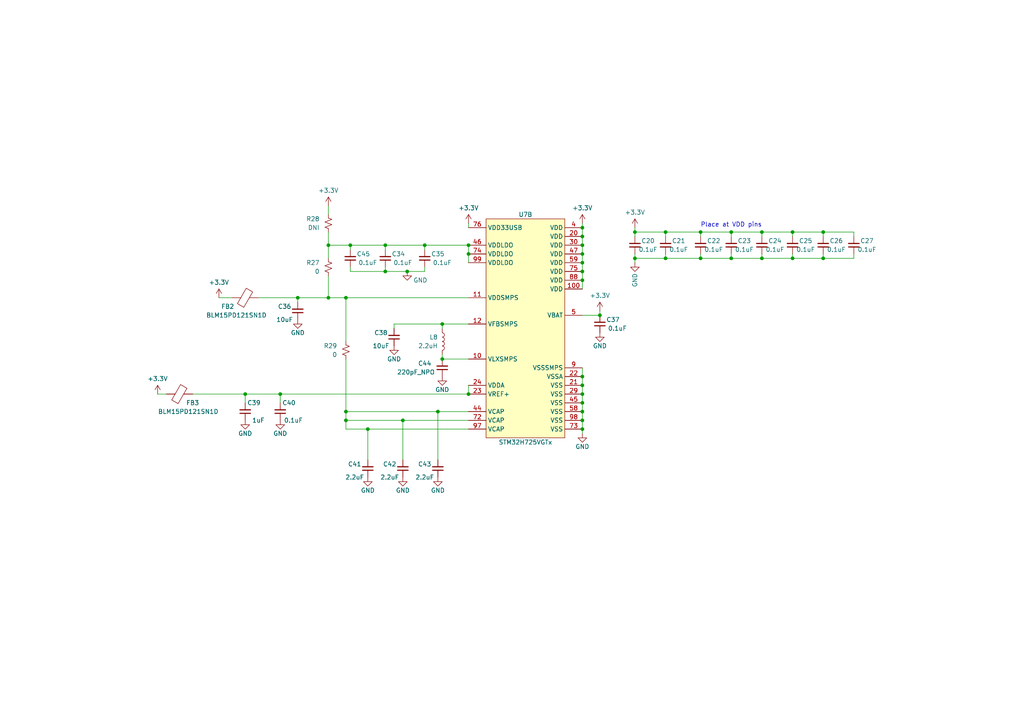
<source format=kicad_sch>
(kicad_sch (version 20230121) (generator eeschema)
  (paper "A4")
  (lib_symbols
    (symbol "Device:C_Small" (pin_numbers hide) (pin_names (offset 0.254) hide)
      (property "Reference" "C" (at 0.254 1.778 0))
      (property "Value" "C_Small" (at 0.254 -2.032 0))
      (symbol "C_Small_0_1"
        (polyline (pts (xy -1.524 -0.508) (xy 1.524 -0.508)) (stroke (width 0.3302)))
        (polyline (pts (xy -1.524 0.508) (xy 1.524 0.508)) (stroke (width 0.3048)))
      )
      (symbol "C_Small_1_1"
        (pin passive line (at 0 2.54 270) (length 2.032) (name "~") (number "1"))
        (pin passive line (at 0 -2.54 90) (length 2.032) (name "~") (number "2"))
      )
    )
    (symbol "Device:FerriteBead" (pin_numbers hide) (pin_names (offset 0))
      (property "Reference" "FB" (at -3.81 0.635 90))
      (property "Value" "FerriteBead" (at 3.81 0 90))
      (symbol "FerriteBead_0_1"
        (polyline (pts (xy 0 -1.27) (xy 0 -1.2192)))
        (polyline (pts (xy 0 1.27) (xy 0 1.2954)))
        (polyline (pts (xy -2.7686 0.4064) (xy -1.7018 2.2606) (xy 2.7686 -0.3048) (xy 1.6764 -2.159) (xy -2.7686 0.4064)))
      )
      (symbol "FerriteBead_1_1"
        (pin passive line (at 0 3.81 270) (length 2.54) (name "~") (number "1"))
        (pin passive line (at 0 -3.81 90) (length 2.54) (name "~") (number "2"))
      )
    )
    (symbol "Device:L" (pin_numbers hide) (pin_names (offset 1.016) hide)
      (property "Reference" "L" (at -1.27 0 90))
      (property "Value" "L" (at 1.905 0 90))
      (symbol "L_0_1"
        (arc (start 0 -2.54) (mid 0.6323 -1.905) (end 0 -1.27))
        (arc (start 0 -1.27) (mid 0.6323 -0.635) (end 0 0))
        (arc (start 0 0) (mid 0.6323 0.635) (end 0 1.27))
        (arc (start 0 1.27) (mid 0.6323 1.905) (end 0 2.54))
      )
      (symbol "L_1_1"
        (pin passive line (at 0 3.81 270) (length 1.27) (name "1") (number "1"))
        (pin passive line (at 0 -3.81 90) (length 1.27) (name "2") (number "2"))
      )
    )
    (symbol "Device:R_Small_US" (pin_numbers hide) (pin_names (offset 0.254) hide)
      (property "Reference" "R" (at 0.762 0.508 0))
      (property "Value" "R_Small_US" (at 0.762 -1.016 0))
      (symbol "R_Small_US_1_1"
        (polyline (pts (xy 0 0) (xy 1.016 -0.381) (xy 0 -0.762) (xy -1.016 -1.143) (xy 0 -1.524)))
        (polyline (pts (xy 0 1.524) (xy 1.016 1.143) (xy 0 0.762) (xy -1.016 0.381) (xy 0 0)))
        (pin passive line (at 0 2.54 270) (length 1.016) (name "~") (number "1"))
        (pin passive line (at 0 -2.54 90) (length 1.016) (name "~") (number "2"))
      )
    )
    (symbol "power:+3.3V" (power) (pin_names (offset 0))
      (property "Value" "+3.3V" (at 0 3.556 0))
      (symbol "+3.3V_0_1"
        (polyline (pts (xy -0.762 1.27) (xy 0 2.54)))
        (polyline (pts (xy 0 0) (xy 0 2.54)))
        (polyline (pts (xy 0 2.54) (xy 0.762 1.27)))
      )
      (symbol "+3.3V_1_1"
        (pin power_in line (at 0 0 90) (length 0) hide (name "+3.3V") (number "1"))
      )
    )
    (symbol "power:GND" (power) (pin_names (offset 0))
      (property "Value" "GND" (at 0 -3.81 0))
      (symbol "GND_0_1"
        (polyline (pts (xy 0 0) (xy 0 -1.27) (xy 1.27 -1.27) (xy 0 -2.54) (xy -1.27 -1.27) (xy 0 -1.27)))
      )
      (symbol "GND_1_1"
        (pin power_in line (at 0 0 270) (length 0) hide (name "GND") (number "1"))
      )
    )
    (symbol "projectlib:STM32H725VGTx"
      (property "Reference" "U" (at -7.62 30.48 0))
      (property "Value" "STM32H725VGTx" (at -6.35 -35.56 0))
      (symbol "STM32H725VGTx_1_1"
        (rectangle (start -30.48 66.04) (end 33.02 -63.5) (stroke (width 0.254)) (fill (type background)))
        (pin bidirectional line (at -35.56 33.02 0) (length 5.08) (name "PE2") (number "1"))
        (pin bidirectional line (at -35.56 40.64 0) (length 5.08) (name "PH0") (number "13"))
        (pin bidirectional line (at -35.56 38.1 0) (length 5.08) (name "PH1") (number "14"))
        (pin input line (at -35.56 63.5 0) (length 5.08) (name "NRST") (number "15"))
        (pin bidirectional line (at 38.1 -22.86 180) (length 5.08) (name "PC0") (number "16"))
        (pin bidirectional line (at 38.1 -25.4 180) (length 5.08) (name "PC1") (number "17"))
        (pin bidirectional line (at 38.1 -27.94 180) (length 5.08) (name "PC2_C") (number "18"))
        (pin bidirectional line (at 38.1 -30.48 180) (length 5.08) (name "PC3_C") (number "19"))
        (pin bidirectional line (at -35.56 30.48 0) (length 5.08) (name "PE4") (number "2"))
        (pin bidirectional line (at 38.1 63.5 180) (length 5.08) (name "PA0") (number "25"))
        (pin bidirectional line (at 38.1 60.96 180) (length 5.08) (name "PA1") (number "26"))
        (pin bidirectional line (at 38.1 58.42 180) (length 5.08) (name "PA2") (number "27"))
        (pin bidirectional line (at 38.1 55.88 180) (length 5.08) (name "PA3") (number "28"))
        (pin bidirectional line (at -35.56 27.94 0) (length 5.08) (name "PE5") (number "3"))
        (pin bidirectional line (at 38.1 53.34 180) (length 5.08) (name "PA4") (number "31"))
        (pin bidirectional line (at 38.1 50.8 180) (length 5.08) (name "PA5") (number "32"))
        (pin bidirectional line (at 38.1 48.26 180) (length 5.08) (name "PA6") (number "33"))
        (pin bidirectional line (at 38.1 45.72 180) (length 5.08) (name "PA7") (number "34"))
        (pin bidirectional line (at 38.1 -33.02 180) (length 5.08) (name "PC4") (number "35"))
        (pin bidirectional line (at 38.1 -35.56 180) (length 5.08) (name "PC5") (number "36"))
        (pin bidirectional line (at 38.1 20.32 180) (length 5.08) (name "PB0") (number "37"))
        (pin bidirectional line (at 38.1 17.78 180) (length 5.08) (name "PB1") (number "38"))
        (pin bidirectional line (at 38.1 15.24 180) (length 5.08) (name "PB2") (number "39"))
        (pin bidirectional line (at -35.56 25.4 0) (length 5.08) (name "PE7") (number "40"))
        (pin bidirectional line (at -35.56 22.86 0) (length 5.08) (name "PE8") (number "41"))
        (pin bidirectional line (at 38.1 -5.08 180) (length 5.08) (name "PB10") (number "42"))
        (pin bidirectional line (at 38.1 -7.62 180) (length 5.08) (name "PB11") (number "43"))
        (pin bidirectional line (at 38.1 -10.16 180) (length 5.08) (name "PB12") (number "48"))
        (pin bidirectional line (at 38.1 -12.7 180) (length 5.08) (name "PB13") (number "49"))
        (pin bidirectional line (at 38.1 -15.24 180) (length 5.08) (name "PB14") (number "50"))
        (pin bidirectional line (at 38.1 -17.78 180) (length 5.08) (name "PB15") (number "51"))
        (pin bidirectional line (at -35.56 2.54 0) (length 5.08) (name "PD8") (number "52"))
        (pin bidirectional line (at -35.56 0 0) (length 5.08) (name "PD9") (number "53"))
        (pin bidirectional line (at -35.56 -2.54 0) (length 5.08) (name "PD10") (number "54"))
        (pin bidirectional line (at -35.56 -5.08 0) (length 5.08) (name "PD11") (number "55"))
        (pin bidirectional line (at -35.56 -7.62 0) (length 5.08) (name "PD12") (number "56"))
        (pin bidirectional line (at -35.56 -10.16 0) (length 5.08) (name "PD13") (number "57"))
        (pin bidirectional line (at 38.1 -55.88 180) (length 5.08) (name "PC13") (number "6"))
        (pin bidirectional line (at -35.56 -12.7 0) (length 5.08) (name "PD14") (number "60"))
        (pin bidirectional line (at -35.56 -15.24 0) (length 5.08) (name "PD15") (number "61"))
        (pin bidirectional line (at 38.1 -38.1 180) (length 5.08) (name "PC6") (number "62"))
        (pin bidirectional line (at 38.1 -40.64 180) (length 5.08) (name "PC7") (number "63"))
        (pin bidirectional line (at 38.1 -43.18 180) (length 5.08) (name "PC8") (number "64"))
        (pin bidirectional line (at 38.1 -45.72 180) (length 5.08) (name "PC9") (number "65"))
        (pin bidirectional line (at 38.1 43.18 180) (length 5.08) (name "PA8") (number "66"))
        (pin bidirectional line (at 38.1 40.64 180) (length 5.08) (name "PA9") (number "67"))
        (pin bidirectional line (at 38.1 38.1 180) (length 5.08) (name "PA10") (number "68"))
        (pin bidirectional line (at 38.1 35.56 180) (length 5.08) (name "PA11") (number "69"))
        (pin bidirectional line (at 38.1 -58.42 180) (length 5.08) (name "PC14") (number "7"))
        (pin bidirectional line (at 38.1 33.02 180) (length 5.08) (name "PA12") (number "70"))
        (pin bidirectional line (at 38.1 30.48 180) (length 5.08) (name "PA13(JTMS") (number "71"))
        (pin bidirectional line (at 38.1 27.94 180) (length 5.08) (name "PA14(JTCK") (number "77"))
        (pin bidirectional line (at 38.1 25.4 180) (length 5.08) (name "PA15(JTDI)") (number "78"))
        (pin bidirectional line (at 38.1 -48.26 180) (length 5.08) (name "PC10") (number "79"))
        (pin bidirectional line (at 38.1 -60.96 180) (length 5.08) (name "PC15") (number "8"))
        (pin bidirectional line (at 38.1 -50.8 180) (length 5.08) (name "PC11") (number "80"))
        (pin bidirectional line (at 38.1 -53.34 180) (length 5.08) (name "PC12") (number "81"))
        (pin bidirectional line (at -35.56 17.78 0) (length 5.08) (name "PD0") (number "82"))
        (pin bidirectional line (at -35.56 15.24 0) (length 5.08) (name "PD1") (number "83"))
        (pin bidirectional line (at -35.56 12.7 0) (length 5.08) (name "PD2") (number "84"))
        (pin bidirectional line (at -35.56 10.16 0) (length 5.08) (name "PD3") (number "85"))
        (pin bidirectional line (at -35.56 7.62 0) (length 5.08) (name "PD4") (number "86"))
        (pin bidirectional line (at -35.56 5.08 0) (length 5.08) (name "PD5") (number "87"))
        (pin bidirectional line (at 38.1 12.7 180) (length 5.08) (name "PB3(JTDO") (number "89"))
        (pin bidirectional line (at 38.1 10.16 180) (length 5.08) (name "PB4(NJTRST)") (number "90"))
        (pin bidirectional line (at 38.1 7.62 180) (length 5.08) (name "PB5") (number "91"))
        (pin bidirectional line (at 38.1 5.08 180) (length 5.08) (name "PB6") (number "92"))
        (pin bidirectional line (at 38.1 2.54 180) (length 5.08) (name "PB7") (number "93"))
        (pin input line (at -35.56 58.42 0) (length 5.08) (name "BOOT0") (number "94"))
        (pin bidirectional line (at 38.1 0 180) (length 5.08) (name "PB8") (number "95"))
        (pin bidirectional line (at 38.1 -2.54 180) (length 5.08) (name "PB9") (number "96"))
      )
      (symbol "STM32H725VGTx_2_1"
        (rectangle (start -11.43 29.21) (end 11.43 -34.29) (fill (type background)))
        (pin power_in line (at -16.51 -11.43 0) (length 5.08) (name "VLXSMPS") (number "10"))
        (pin power_in line (at 16.51 8.89 180) (length 5.08) (name "VDD") (number "100"))
        (pin power_in line (at -16.51 6.35 0) (length 5.08) (name "VDDSMPS") (number "11"))
        (pin input line (at -16.51 -1.27 0) (length 5.08) (name "VFBSMPS") (number "12"))
        (pin power_in line (at 16.51 24.13 180) (length 5.08) (name "VDD") (number "20"))
        (pin power_in line (at 16.51 -19.05 180) (length 5.08) (name "VSS") (number "21"))
        (pin power_in line (at 16.51 -16.51 180) (length 5.08) (name "VSSA") (number "22"))
        (pin input line (at -16.51 -21.59 0) (length 5.08) (name "VREF+") (number "23"))
        (pin power_in line (at -16.51 -19.05 0) (length 5.08) (name "VDDA") (number "24"))
        (pin passive line (at 16.51 -21.59 180) (length 5.08) (name "VSS") (number "29"))
        (pin power_in line (at 16.51 21.59 180) (length 5.08) (name "VDD") (number "30"))
        (pin power_in line (at 16.51 26.67 180) (length 5.08) (name "VDD") (number "4"))
        (pin power_out line (at -16.51 -26.67 0) (length 5.08) (name "VCAP") (number "44"))
        (pin passive line (at 16.51 -24.13 180) (length 5.08) (name "VSS") (number "45"))
        (pin power_in line (at -16.51 21.59 0) (length 5.08) (name "VDDLDO") (number "46"))
        (pin power_in line (at 16.51 19.05 180) (length 5.08) (name "VDD") (number "47"))
        (pin power_in line (at 16.51 1.27 180) (length 5.08) (name "VBAT") (number "5"))
        (pin passive line (at 16.51 -26.67 180) (length 5.08) (name "VSS") (number "58"))
        (pin power_in line (at 16.51 16.51 180) (length 5.08) (name "VDD") (number "59"))
        (pin power_out line (at -16.51 -29.21 0) (length 5.08) (name "VCAP") (number "72"))
        (pin passive line (at 16.51 -31.75 180) (length 5.08) (name "VSS") (number "73"))
        (pin power_in line (at -16.51 19.05 0) (length 5.08) (name "VDDLDO") (number "74"))
        (pin power_in line (at 16.51 13.97 180) (length 5.08) (name "VDD") (number "75"))
        (pin power_in line (at -16.51 26.67 0) (length 5.08) (name "VDD33USB") (number "76"))
        (pin power_in line (at 16.51 11.43 180) (length 5.08) (name "VDD") (number "88"))
        (pin power_in line (at 16.51 -13.97 180) (length 5.08) (name "VSSSMPS") (number "9"))
        (pin power_out line (at -16.51 -31.75 0) (length 5.08) (name "VCAP") (number "97"))
        (pin passive line (at 16.51 -29.21 180) (length 5.08) (name "VSS") (number "98"))
        (pin power_in line (at -16.51 16.51 0) (length 5.08) (name "VDDLDO") (number "99"))
      )
    )
  )
  (junction (at 168.91 68.58))
  (junction (at 95.25 71.12))
  (junction (at 203.2 74.93))
  (junction (at 168.91 76.2))
  (junction (at 101.6 71.12))
  (junction (at 193.04 67.31))
  (junction (at 116.84 121.92))
  (junction (at 173.99 91.44))
  (junction (at 135.89 71.12))
  (junction (at 100.33 86.36))
  (junction (at 100.33 121.92))
  (junction (at 135.89 114.3))
  (junction (at 212.09 67.31))
  (junction (at 229.87 67.31))
  (junction (at 168.91 114.3))
  (junction (at 127 119.38))
  (junction (at 193.04 74.93))
  (junction (at 168.91 78.74))
  (junction (at 168.91 81.28))
  (junction (at 184.15 67.31))
  (junction (at 184.15 74.93))
  (junction (at 238.76 74.93))
  (junction (at 100.33 119.38))
  (junction (at 128.27 104.14))
  (junction (at 229.87 74.93))
  (junction (at 118.11 78.74))
  (junction (at 86.36 86.36))
  (junction (at 168.91 116.84))
  (junction (at 168.91 71.12))
  (junction (at 128.27 93.98))
  (junction (at 71.12 114.3))
  (junction (at 238.76 67.31))
  (junction (at 212.09 74.93))
  (junction (at 203.2 67.31))
  (junction (at 168.91 73.66))
  (junction (at 111.76 78.74))
  (junction (at 111.76 71.12))
  (junction (at 168.91 111.76))
  (junction (at 135.89 73.66))
  (junction (at 168.91 109.22))
  (junction (at 95.25 86.36))
  (junction (at 168.91 121.92))
  (junction (at 106.68 124.46))
  (junction (at 220.98 74.93))
  (junction (at 123.19 71.12))
  (junction (at 220.98 67.31))
  (junction (at 168.91 124.46))
  (junction (at 168.91 119.38))
  (junction (at 81.28 114.3))
  (junction (at 168.91 66.04))
  (wire (pts (xy 81.28 114.3) (xy 135.89 114.3)))
  (wire (pts (xy 229.87 74.93) (xy 229.87 73.66)))
  (wire (pts (xy 168.91 66.04) (xy 168.91 68.58)))
  (wire (pts (xy 168.91 73.66) (xy 168.91 76.2)))
  (wire (pts (xy 106.68 124.46) (xy 135.89 124.46)))
  (wire (pts (xy 111.76 78.74) (xy 118.11 78.74)))
  (wire (pts (xy 173.99 91.44) (xy 168.91 91.44)))
  (wire (pts (xy 100.33 86.36) (xy 135.89 86.36)))
  (wire (pts (xy 101.6 72.39) (xy 101.6 71.12)))
  (wire (pts (xy 168.91 124.46) (xy 168.91 125.73)))
  (wire (pts (xy 135.89 71.12) (xy 135.89 73.66)))
  (wire (pts (xy 168.91 68.58) (xy 168.91 71.12)))
  (wire (pts (xy 168.91 111.76) (xy 168.91 114.3)))
  (wire (pts (xy 168.91 106.68) (xy 168.91 109.22)))
  (wire (pts (xy 101.6 71.12) (xy 111.76 71.12)))
  (wire (pts (xy 203.2 74.93) (xy 212.09 74.93)))
  (wire (pts (xy 168.91 76.2) (xy 168.91 78.74)))
  (wire (pts (xy 123.19 71.12) (xy 135.89 71.12)))
  (wire (pts (xy 184.15 74.93) (xy 193.04 74.93)))
  (wire (pts (xy 212.09 74.93) (xy 212.09 73.66)))
  (wire (pts (xy 128.27 102.87) (xy 128.27 104.14)))
  (wire (pts (xy 86.36 87.63) (xy 86.36 86.36)))
  (wire (pts (xy 184.15 66.04) (xy 184.15 67.31)))
  (wire (pts (xy 193.04 74.93) (xy 203.2 74.93)))
  (wire (pts (xy 238.76 74.93) (xy 247.65 74.93)))
  (wire (pts (xy 81.28 116.84) (xy 81.28 114.3)))
  (wire (pts (xy 220.98 67.31) (xy 229.87 67.31)))
  (wire (pts (xy 95.25 67.31) (xy 95.25 71.12)))
  (wire (pts (xy 63.5 86.36) (xy 67.31 86.36)))
  (wire (pts (xy 101.6 78.74) (xy 101.6 77.47)))
  (wire (pts (xy 45.72 114.3) (xy 48.26 114.3)))
  (wire (pts (xy 123.19 78.74) (xy 123.19 77.47)))
  (wire (pts (xy 247.65 74.93) (xy 247.65 73.66)))
  (wire (pts (xy 203.2 74.93) (xy 203.2 73.66)))
  (wire (pts (xy 184.15 67.31) (xy 193.04 67.31)))
  (wire (pts (xy 123.19 72.39) (xy 123.19 71.12)))
  (wire (pts (xy 238.76 67.31) (xy 247.65 67.31)))
  (wire (pts (xy 220.98 74.93) (xy 220.98 73.66)))
  (wire (pts (xy 247.65 67.31) (xy 247.65 68.58)))
  (wire (pts (xy 220.98 74.93) (xy 229.87 74.93)))
  (wire (pts (xy 101.6 78.74) (xy 111.76 78.74)))
  (wire (pts (xy 127 119.38) (xy 135.89 119.38)))
  (wire (pts (xy 168.91 71.12) (xy 168.91 73.66)))
  (wire (pts (xy 100.33 121.92) (xy 116.84 121.92)))
  (wire (pts (xy 100.33 119.38) (xy 127 119.38)))
  (wire (pts (xy 135.89 64.77) (xy 135.89 66.04)))
  (wire (pts (xy 95.25 59.69) (xy 95.25 62.23)))
  (wire (pts (xy 203.2 67.31) (xy 203.2 68.58)))
  (wire (pts (xy 100.33 86.36) (xy 95.25 86.36)))
  (wire (pts (xy 111.76 71.12) (xy 123.19 71.12)))
  (wire (pts (xy 111.76 78.74) (xy 111.76 77.47)))
  (wire (pts (xy 100.33 121.92) (xy 100.33 124.46)))
  (wire (pts (xy 100.33 104.14) (xy 100.33 119.38)))
  (wire (pts (xy 238.76 67.31) (xy 238.76 68.58)))
  (wire (pts (xy 118.11 78.74) (xy 123.19 78.74)))
  (wire (pts (xy 95.25 71.12) (xy 95.25 74.93)))
  (wire (pts (xy 95.25 80.01) (xy 95.25 86.36)))
  (wire (pts (xy 212.09 74.93) (xy 220.98 74.93)))
  (wire (pts (xy 203.2 67.31) (xy 212.09 67.31)))
  (wire (pts (xy 106.68 124.46) (xy 106.68 133.35)))
  (wire (pts (xy 116.84 121.92) (xy 116.84 133.35)))
  (wire (pts (xy 212.09 67.31) (xy 220.98 67.31)))
  (wire (pts (xy 184.15 74.93) (xy 184.15 73.66)))
  (wire (pts (xy 168.91 64.77) (xy 168.91 66.04)))
  (wire (pts (xy 229.87 67.31) (xy 238.76 67.31)))
  (wire (pts (xy 100.33 86.36) (xy 100.33 99.06)))
  (wire (pts (xy 168.91 114.3) (xy 168.91 116.84)))
  (wire (pts (xy 193.04 67.31) (xy 203.2 67.31)))
  (wire (pts (xy 95.25 86.36) (xy 86.36 86.36)))
  (wire (pts (xy 71.12 116.84) (xy 71.12 114.3)))
  (wire (pts (xy 193.04 67.31) (xy 193.04 68.58)))
  (wire (pts (xy 111.76 72.39) (xy 111.76 71.12)))
  (wire (pts (xy 173.99 90.17) (xy 173.99 91.44)))
  (wire (pts (xy 229.87 74.93) (xy 238.76 74.93)))
  (wire (pts (xy 135.89 73.66) (xy 135.89 76.2)))
  (wire (pts (xy 193.04 74.93) (xy 193.04 73.66)))
  (wire (pts (xy 74.93 86.36) (xy 86.36 86.36)))
  (wire (pts (xy 71.12 114.3) (xy 81.28 114.3)))
  (wire (pts (xy 168.91 109.22) (xy 168.91 111.76)))
  (wire (pts (xy 128.27 104.14) (xy 135.89 104.14)))
  (wire (pts (xy 168.91 121.92) (xy 168.91 124.46)))
  (wire (pts (xy 55.88 114.3) (xy 71.12 114.3)))
  (wire (pts (xy 106.68 124.46) (xy 100.33 124.46)))
  (wire (pts (xy 114.3 93.98) (xy 114.3 95.25)))
  (wire (pts (xy 101.6 71.12) (xy 95.25 71.12)))
  (wire (pts (xy 128.27 93.98) (xy 128.27 95.25)))
  (wire (pts (xy 168.91 78.74) (xy 168.91 81.28)))
  (wire (pts (xy 168.91 116.84) (xy 168.91 119.38)))
  (wire (pts (xy 184.15 67.31) (xy 184.15 68.58)))
  (wire (pts (xy 116.84 121.92) (xy 135.89 121.92)))
  (wire (pts (xy 127 119.38) (xy 127 133.35)))
  (wire (pts (xy 229.87 67.31) (xy 229.87 68.58)))
  (wire (pts (xy 168.91 119.38) (xy 168.91 121.92)))
  (wire (pts (xy 238.76 74.93) (xy 238.76 73.66)))
  (wire (pts (xy 168.91 81.28) (xy 168.91 83.82)))
  (wire (pts (xy 220.98 67.31) (xy 220.98 68.58)))
  (wire (pts (xy 100.33 119.38) (xy 100.33 121.92)))
  (wire (pts (xy 212.09 67.31) (xy 212.09 68.58)))
  (wire (pts (xy 128.27 93.98) (xy 135.89 93.98)))
  (wire (pts (xy 184.15 74.93) (xy 184.15 76.2)))
  (wire (pts (xy 135.89 111.76) (xy 135.89 114.3)))
  (wire (pts (xy 114.3 93.98) (xy 128.27 93.98)))
  (text "Place at VDD pins" (at 203.2 66.04 0) (effects (font (size 1.27 1.27)) (justify left bottom)))
  (symbol (lib_id "Device:R_Small_US") (at 100.33 101.6 0) (unit 1)
    (property "Reference" "R29" (at 97.79 100.33 0) (effects (justify right)))
    (property "Value" "0" (at 97.79 102.87 0) (effects (justify right)))
    (property "Footprint" "Resistor_SMD:R_0402_1005Metric_Pad0.72x0.64mm_HandSolder" (effects hide))
  )
  (symbol (lib_id "power:+3.3V") (at 173.99 90.17 0) (unit 1)
    (property "Reference" "#PWR066" (effects hide))
    (property "Value" "+3.3V" (at 173.99 85.725 0))
  )
  (symbol (lib_id "Device:C_Small") (at 238.76 71.12 180) (unit 1)
    (property "Reference" "C26" (at 242.57 69.85 0))
    (property "Value" "0.1uF" (at 242.57 72.39 0))
    (property "Footprint" "Capacitor_SMD:C_0603_1608Metric" (effects hide))
    (property "MFG" "Samsung" (effects hide))
    (property "PN" "CL10B104KB8NNNC" (effects hide))
    (property "DIGI" "1276-1000-1-ND" (effects hide))
  )
  (symbol (lib_id "Device:C_Small") (at 212.09 71.12 180) (unit 1)
    (property "Reference" "C23" (at 215.9 69.85 0))
    (property "Value" "0.1uF" (at 215.9 72.39 0))
    (property "Footprint" "Capacitor_SMD:C_0603_1608Metric" (effects hide))
    (property "MFG" "Samsung" (effects hide))
    (property "PN" "CL10B104KB8NNNC" (effects hide))
    (property "DIGI" "1276-1000-1-ND" (effects hide))
  )
  (symbol (lib_id "Device:R_Small_US") (at 95.25 64.77 0) (unit 1)
    (property "Reference" "R28" (at 92.71 63.5 0) (effects (justify right)))
    (property "Value" "DNI" (at 92.71 66.04 0) (effects (justify right)))
    (property "Footprint" "Resistor_SMD:R_0402_1005Metric_Pad0.72x0.64mm_HandSolder" (effects hide))
  )
  (symbol (lib_id "Device:C_Small") (at 81.28 119.38 180) (unit 1)
    (property "Reference" "C40" (at 83.82 116.84 0))
    (property "Value" "0.1uF" (at 85.09 121.92 0))
    (property "Footprint" "Capacitor_SMD:C_0603_1608Metric" (effects hide))
    (property "MFG" "Samsung" (effects hide))
    (property "PN" "CL10B104KB8NNNC" (effects hide))
    (property "DIGI" "1276-1000-1-ND" (effects hide))
  )
  (symbol (lib_id "power:GND") (at 86.36 92.71 0) (unit 1)
    (property "Reference" "#PWR067" (effects hide))
    (property "Value" "GND" (at 86.36 96.52 0))
  )
  (symbol (lib_id "Device:C_Small") (at 193.04 71.12 180) (unit 1)
    (property "Reference" "C21" (at 196.85 69.85 0))
    (property "Value" "0.1uF" (at 196.85 72.39 0))
    (property "Footprint" "Capacitor_SMD:C_0603_1608Metric" (effects hide))
    (property "MFG" "Samsung" (effects hide))
    (property "PN" "CL10B104KB8NNNC" (effects hide))
    (property "DIGI" "1276-1000-1-ND" (effects hide))
  )
  (symbol (lib_id "Device:C_Small") (at 111.76 74.93 180) (unit 1)
    (property "Reference" "C34" (at 115.57 73.66 0))
    (property "Value" "0.1uF" (at 116.84 76.2 0))
    (property "Footprint" "Capacitor_SMD:C_0603_1608Metric" (effects hide))
    (property "MFG" "Samsung" (effects hide))
    (property "PN" "CL10B104KB8NNNC" (effects hide))
    (property "DIGI" "1276-1000-1-ND" (effects hide))
  )
  (symbol (lib_id "power:+3.3V") (at 95.25 59.69 0) (unit 1)
    (property "Reference" "#PWR077" (effects hide))
    (property "Value" "+3.3V" (at 95.25 55.245 0))
  )
  (symbol (lib_id "Device:FerriteBead") (at 52.07 114.3 90) (unit 1)
    (property "Reference" "FB3" (at 55.88 116.84 90))
    (property "Value" "BLM15PD121SN1D" (at 54.61 119.38 90))
    (property "Footprint" "Capacitor_SMD:C_0402_1005Metric_Pad0.74x0.62mm_HandSolder" (effects hide))
    (property "DIGI" "490-5203-1-ND" (effects hide))
    (property "MFG" "Murata Electronics" (effects hide))
    (property "PN" "BLM15PD121SN1D" (effects hide))
  )
  (symbol (lib_id "power:+3.3V") (at 184.15 66.04 0) (unit 1)
    (property "Reference" "#PWR038" (effects hide))
    (property "Value" "+3.3V" (at 184.15 61.595 0))
  )
  (symbol (lib_id "power:GND") (at 116.84 138.43 0) (unit 1)
    (property "Reference" "#PWR075" (effects hide))
    (property "Value" "GND" (at 116.84 142.24 0))
  )
  (symbol (lib_id "power:GND") (at 71.12 121.92 0) (unit 1)
    (property "Reference" "#PWR071" (effects hide))
    (property "Value" "GND" (at 71.12 125.73 0))
  )
  (symbol (lib_id "power:GND") (at 184.15 76.2 0) (unit 1)
    (property "Reference" "#PWR044" (effects hide))
    (property "Value" "GND" (at 184.15 81.28 90))
  )
  (symbol (lib_id "power:GND") (at 81.28 121.92 0) (unit 1)
    (property "Reference" "#PWR072" (effects hide))
    (property "Value" "GND" (at 81.28 125.73 0))
  )
  (symbol (lib_id "Device:C_Small") (at 173.99 93.98 180) (unit 1)
    (property "Reference" "C37" (at 177.8 92.71 0))
    (property "Value" "0.1uF" (at 179.07 95.25 0))
    (property "Footprint" "Capacitor_SMD:C_0603_1608Metric" (effects hide))
    (property "MFG" "Samsung" (effects hide))
    (property "PN" "CL10B104KB8NNNC" (effects hide))
    (property "DIGI" "1276-1000-1-ND" (effects hide))
  )
  (symbol (lib_id "power:GND") (at 173.99 96.52 0) (unit 1)
    (property "Reference" "#PWR068" (effects hide))
    (property "Value" "GND" (at 173.99 100.33 0))
  )
  (symbol (lib_id "Device:C_Small") (at 127 135.89 0) (mirror x) (unit 1)
    (property "Reference" "C43" (at 123.19 134.62 0))
    (property "Value" "2.2uF" (at 123.19 138.43 0))
    (property "Footprint" "Capacitor_SMD:C_0805_2012Metric" (effects hide))
    (property "MFG" "Samsung" (effects hide))
    (property "PN" "CL21A225KAFNNNE" (effects hide))
    (property "DIGI" "1276-1763-1-ND" (effects hide))
  )
  (symbol (lib_id "Device:L") (at 128.27 99.06 0) (mirror x) (unit 1)
    (property "Reference" "L8" (at 127 97.79 0) (effects (justify right)))
    (property "Value" "2.2uH" (at 127 100.33 0) (effects (justify right)))
    (property "Footprint" "Inductor_SMD:L_1008_2520Metric" (effects hide))
    (property "DIGI" "490-5114-1-ND" (effects hide))
    (property "MFG" "Murata Electronics" (effects hide))
    (property "PN" "LQM2HPN2R2MG0L" (effects hide))
  )
  (symbol (lib_id "Device:C_Small") (at 229.87 71.12 180) (unit 1)
    (property "Reference" "C25" (at 233.68 69.85 0))
    (property "Value" "0.1uF" (at 233.68 72.39 0))
    (property "Footprint" "Capacitor_SMD:C_0603_1608Metric" (effects hide))
    (property "MFG" "Samsung" (effects hide))
    (property "PN" "CL10B104KB8NNNC" (effects hide))
    (property "DIGI" "1276-1000-1-ND" (effects hide))
  )
  (symbol (lib_id "Device:C_Small") (at 128.27 106.68 0) (mirror x) (unit 1)
    (property "Reference" "C44" (at 123.19 105.41 0))
    (property "Value" "220pF_NPO" (at 120.65 107.95 0))
    (property "Footprint" "Capacitor_SMD:C_0603_1608Metric" (effects hide))
    (property "MFG" "Samsung" (effects hide))
    (property "PN" "CL10C101JB8NNNC" (effects hide))
    (property "DIGI" "1276-1008-1-ND" (effects hide))
  )
  (symbol (lib_id "power:+3.3V") (at 45.72 114.3 0) (unit 1)
    (property "Reference" "#PWR070" (effects hide))
    (property "Value" "+3.3V" (at 45.72 109.855 0))
  )
  (symbol (lib_id "Device:C_Small") (at 116.84 135.89 0) (mirror x) (unit 1)
    (property "Reference" "C42" (at 113.03 134.62 0))
    (property "Value" "2.2uF" (at 113.03 138.43 0))
    (property "Footprint" "Capacitor_SMD:C_0805_2012Metric" (effects hide))
    (property "MFG" "Samsung" (effects hide))
    (property "PN" "CL21A225KAFNNNE" (effects hide))
    (property "DIGI" "1276-1763-1-ND" (effects hide))
  )
  (symbol (lib_id "Device:C_Small") (at 203.2 71.12 180) (unit 1)
    (property "Reference" "C22" (at 207.01 69.85 0))
    (property "Value" "0.1uF" (at 207.01 72.39 0))
    (property "Footprint" "Capacitor_SMD:C_0603_1608Metric" (effects hide))
    (property "MFG" "Samsung" (effects hide))
    (property "PN" "CL10B104KB8NNNC" (effects hide))
    (property "DIGI" "1276-1000-1-ND" (effects hide))
  )
  (symbol (lib_id "Device:R_Small_US") (at 95.25 77.47 0) (unit 1)
    (property "Reference" "R27" (at 92.71 76.2 0) (effects (justify right)))
    (property "Value" "0" (at 92.71 78.74 0) (effects (justify right)))
    (property "Footprint" "Resistor_SMD:R_0402_1005Metric_Pad0.72x0.64mm_HandSolder" (effects hide))
  )
  (symbol (lib_id "Device:C_Small") (at 106.68 135.89 0) (mirror x) (unit 1)
    (property "Reference" "C41" (at 102.87 134.62 0))
    (property "Value" "2.2uF" (at 102.87 138.43 0))
    (property "Footprint" "Capacitor_SMD:C_0805_2012Metric" (effects hide))
    (property "MFG" "Samsung" (effects hide))
    (property "PN" "CL21A225KAFNNNE" (effects hide))
    (property "DIGI" "1276-1763-1-ND" (effects hide))
  )
  (symbol (lib_id "Device:C_Small") (at 123.19 74.93 180) (unit 1)
    (property "Reference" "C35" (at 127 73.66 0))
    (property "Value" "0.1uF" (at 128.27 76.2 0))
    (property "Footprint" "Capacitor_SMD:C_0603_1608Metric" (effects hide))
    (property "MFG" "Samsung" (effects hide))
    (property "PN" "CL10B104KB8NNNC" (effects hide))
    (property "DIGI" "1276-1000-1-ND" (effects hide))
  )
  (symbol (lib_id "power:GND") (at 168.91 125.73 0) (unit 1)
    (property "Reference" "#PWR073" (effects hide))
    (property "Value" "GND" (at 168.91 129.54 0))
  )
  (symbol (lib_id "Device:C_Small") (at 86.36 90.17 0) (mirror x) (unit 1)
    (property "Reference" "C36" (at 82.55 88.9 0))
    (property "Value" "10uF" (at 82.55 92.71 0))
    (property "Footprint" "Capacitor_SMD:C_0805_2012Metric" (effects hide))
    (property "MFG" "Samsung" (effects hide))
    (property "PN" "CL21A106KOQNNNE" (effects hide))
    (property "DIGI" "1276-1096-1-ND" (effects hide))
  )
  (symbol (lib_id "power:GND") (at 106.68 138.43 0) (unit 1)
    (property "Reference" "#PWR074" (effects hide))
    (property "Value" "GND" (at 106.68 142.24 0))
  )
  (symbol (lib_id "power:GND") (at 128.27 109.22 0) (unit 1)
    (property "Reference" "#PWR078" (effects hide))
    (property "Value" "GND" (at 128.27 113.03 0))
  )
  (symbol (lib_id "projectlib:STM32H725VGTx") (at 152.4 92.71 0) (unit 2)
    (property "Reference" "U7" (at 152.4 62.23 0))
    (property "Value" "STM32H725VGTx" (at 152.4 128.27 0))
    (property "Footprint" "Package_QFP:LQFP-100_14x14mm_P0.5mm" (effects hide))
    (property "Datasheet" "https://www.st.com/resource/en/datasheet/stm32h725vg.pdf" (effects hide))
  )
  (symbol (lib_id "power:+3.3V") (at 168.91 64.77 0) (unit 1)
    (property "Reference" "#PWR037" (effects hide))
    (property "Value" "+3.3V" (at 168.91 60.325 0))
  )
  (symbol (lib_id "Device:C_Small") (at 247.65 71.12 180) (unit 1)
    (property "Reference" "C27" (at 251.46 69.85 0))
    (property "Value" "0.1uF" (at 251.46 72.39 0))
    (property "Footprint" "Capacitor_SMD:C_0603_1608Metric" (effects hide))
    (property "MFG" "Samsung" (effects hide))
    (property "PN" "CL10B104KB8NNNC" (effects hide))
    (property "DIGI" "1276-1000-1-ND" (effects hide))
  )
  (symbol (lib_id "Device:FerriteBead") (at 71.12 86.36 90) (unit 1)
    (property "Reference" "FB2" (at 66.04 88.9 90))
    (property "Value" "BLM15PD121SN1D" (at 68.58 91.44 90))
    (property "Footprint" "Capacitor_SMD:C_0402_1005Metric_Pad0.74x0.62mm_HandSolder" (effects hide))
    (property "DIGI" "490-5203-1-ND" (effects hide))
    (property "MFG" "Murata Electronics" (effects hide))
    (property "PN" "BLM15PD121SN1D" (effects hide))
  )
  (symbol (lib_id "Device:C_Small") (at 184.15 71.12 180) (unit 1)
    (property "Reference" "C20" (at 187.96 69.85 0))
    (property "Value" "0.1uF" (at 187.96 72.39 0))
    (property "Footprint" "Capacitor_SMD:C_0603_1608Metric" (effects hide))
    (property "MFG" "Samsung" (effects hide))
    (property "PN" "CL10B104KB8NNNC" (effects hide))
    (property "DIGI" "1276-1000-1-ND" (effects hide))
  )
  (symbol (lib_id "power:+3.3V") (at 63.5 86.36 0) (unit 1)
    (property "Reference" "#PWR065" (effects hide))
    (property "Value" "+3.3V" (at 63.5 81.915 0))
  )
  (symbol (lib_id "power:GND") (at 118.11 78.74 0) (unit 1)
    (property "Reference" "#PWR064" (effects hide))
    (property "Value" "GND" (at 121.92 81.28 0))
  )
  (symbol (lib_id "power:+3.3V") (at 135.89 64.77 0) (unit 1)
    (property "Reference" "#PWR036" (effects hide))
    (property "Value" "+3.3V" (at 135.89 60.325 0))
  )
  (symbol (lib_id "Device:C_Small") (at 101.6 74.93 180) (unit 1)
    (property "Reference" "C45" (at 105.41 73.66 0))
    (property "Value" "0.1uF" (at 106.68 76.2 0))
    (property "Footprint" "Capacitor_SMD:C_0603_1608Metric" (effects hide))
    (property "MFG" "Samsung" (effects hide))
    (property "PN" "CL10B104KB8NNNC" (effects hide))
    (property "DIGI" "1276-1000-1-ND" (effects hide))
  )
  (symbol (lib_id "power:GND") (at 114.3 100.33 0) (unit 1)
    (property "Reference" "#PWR069" (effects hide))
    (property "Value" "GND" (at 114.3 104.14 0))
  )
  (symbol (lib_id "Device:C_Small") (at 220.98 71.12 180) (unit 1)
    (property "Reference" "C24" (at 224.79 69.85 0))
    (property "Value" "0.1uF" (at 224.79 72.39 0))
    (property "Footprint" "Capacitor_SMD:C_0603_1608Metric" (effects hide))
    (property "MFG" "Samsung" (effects hide))
    (property "PN" "CL10B104KB8NNNC" (effects hide))
    (property "DIGI" "1276-1000-1-ND" (effects hide))
  )
  (symbol (lib_id "Device:C_Small") (at 71.12 119.38 180) (unit 1)
    (property "Reference" "C39" (at 73.66 116.84 0))
    (property "Value" "1uF" (at 74.93 121.92 0))
    (property "Footprint" "Capacitor_SMD:C_0603_1608Metric" (effects hide))
    (property "MFG" "Samsung" (effects hide))
    (property "PN" "CL10A105KA8NNNC" (effects hide))
    (property "DIGI" "1276-1102-1-ND" (effects hide))
  )
  (symbol (lib_id "Device:C_Small") (at 114.3 97.79 0) (mirror x) (unit 1)
    (property "Reference" "C38" (at 110.49 96.52 0))
    (property "Value" "10uF" (at 110.49 100.33 0))
    (property "Footprint" "Capacitor_SMD:C_0805_2012Metric" (effects hide))
    (property "MFG" "Samsung" (effects hide))
    (property "PN" "CL21A106KOQNNNE" (effects hide))
    (property "DIGI" "1276-1096-1-ND" (effects hide))
  )
  (symbol (lib_id "power:GND") (at 127 138.43 0) (unit 1)
    (property "Reference" "#PWR076" (effects hide))
    (property "Value" "GND" (at 127 142.24 0))
  )
)
</source>
